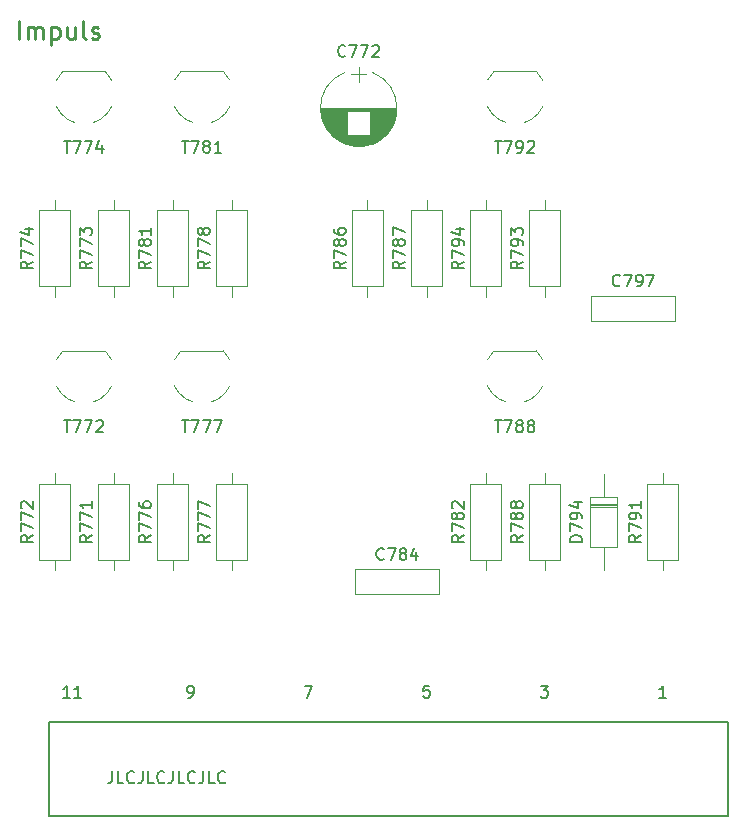
<source format=gto>
G04 #@! TF.GenerationSoftware,KiCad,Pcbnew,(5.1.7)-1*
G04 #@! TF.CreationDate,2022-10-04T11:17:23+02:00*
G04 #@! TF.ProjectId,Impuls-Modul,496d7075-6c73-42d4-9d6f-64756c2e6b69,rev?*
G04 #@! TF.SameCoordinates,Original*
G04 #@! TF.FileFunction,Legend,Top*
G04 #@! TF.FilePolarity,Positive*
%FSLAX46Y46*%
G04 Gerber Fmt 4.6, Leading zero omitted, Abs format (unit mm)*
G04 Created by KiCad (PCBNEW (5.1.7)-1) date 2022-10-04 11:17:23*
%MOMM*%
%LPD*%
G01*
G04 APERTURE LIST*
%ADD10C,0.200000*%
%ADD11C,0.225000*%
%ADD12C,0.150000*%
%ADD13C,0.120000*%
%ADD14O,2.000000X1.500000*%
%ADD15O,1.500000X2.000000*%
%ADD16O,1.600000X1.600000*%
%ADD17C,1.600000*%
%ADD18R,1.600000X1.600000*%
G04 APERTURE END LIST*
D10*
X39130952Y-91202380D02*
X39130952Y-91916666D01*
X39083333Y-92059523D01*
X38988095Y-92154761D01*
X38845238Y-92202380D01*
X38750000Y-92202380D01*
X40083333Y-92202380D02*
X39607142Y-92202380D01*
X39607142Y-91202380D01*
X40988095Y-92107142D02*
X40940476Y-92154761D01*
X40797619Y-92202380D01*
X40702380Y-92202380D01*
X40559523Y-92154761D01*
X40464285Y-92059523D01*
X40416666Y-91964285D01*
X40369047Y-91773809D01*
X40369047Y-91630952D01*
X40416666Y-91440476D01*
X40464285Y-91345238D01*
X40559523Y-91250000D01*
X40702380Y-91202380D01*
X40797619Y-91202380D01*
X40940476Y-91250000D01*
X40988095Y-91297619D01*
X41702380Y-91202380D02*
X41702380Y-91916666D01*
X41654761Y-92059523D01*
X41559523Y-92154761D01*
X41416666Y-92202380D01*
X41321428Y-92202380D01*
X42654761Y-92202380D02*
X42178571Y-92202380D01*
X42178571Y-91202380D01*
X43559523Y-92107142D02*
X43511904Y-92154761D01*
X43369047Y-92202380D01*
X43273809Y-92202380D01*
X43130952Y-92154761D01*
X43035714Y-92059523D01*
X42988095Y-91964285D01*
X42940476Y-91773809D01*
X42940476Y-91630952D01*
X42988095Y-91440476D01*
X43035714Y-91345238D01*
X43130952Y-91250000D01*
X43273809Y-91202380D01*
X43369047Y-91202380D01*
X43511904Y-91250000D01*
X43559523Y-91297619D01*
X44273809Y-91202380D02*
X44273809Y-91916666D01*
X44226190Y-92059523D01*
X44130952Y-92154761D01*
X43988095Y-92202380D01*
X43892857Y-92202380D01*
X45226190Y-92202380D02*
X44750000Y-92202380D01*
X44750000Y-91202380D01*
X46130952Y-92107142D02*
X46083333Y-92154761D01*
X45940476Y-92202380D01*
X45845238Y-92202380D01*
X45702380Y-92154761D01*
X45607142Y-92059523D01*
X45559523Y-91964285D01*
X45511904Y-91773809D01*
X45511904Y-91630952D01*
X45559523Y-91440476D01*
X45607142Y-91345238D01*
X45702380Y-91250000D01*
X45845238Y-91202380D01*
X45940476Y-91202380D01*
X46083333Y-91250000D01*
X46130952Y-91297619D01*
X46845238Y-91202380D02*
X46845238Y-91916666D01*
X46797619Y-92059523D01*
X46702380Y-92154761D01*
X46559523Y-92202380D01*
X46464285Y-92202380D01*
X47797619Y-92202380D02*
X47321428Y-92202380D01*
X47321428Y-91202380D01*
X48702380Y-92107142D02*
X48654761Y-92154761D01*
X48511904Y-92202380D01*
X48416666Y-92202380D01*
X48273809Y-92154761D01*
X48178571Y-92059523D01*
X48130952Y-91964285D01*
X48083333Y-91773809D01*
X48083333Y-91630952D01*
X48130952Y-91440476D01*
X48178571Y-91345238D01*
X48273809Y-91250000D01*
X48416666Y-91202380D01*
X48511904Y-91202380D01*
X48654761Y-91250000D01*
X48702380Y-91297619D01*
D11*
X31253392Y-29178571D02*
X31253392Y-27678571D01*
X31967678Y-29178571D02*
X31967678Y-28178571D01*
X31967678Y-28321428D02*
X32039107Y-28250000D01*
X32181964Y-28178571D01*
X32396250Y-28178571D01*
X32539107Y-28250000D01*
X32610535Y-28392857D01*
X32610535Y-29178571D01*
X32610535Y-28392857D02*
X32681964Y-28250000D01*
X32824821Y-28178571D01*
X33039107Y-28178571D01*
X33181964Y-28250000D01*
X33253392Y-28392857D01*
X33253392Y-29178571D01*
X33967678Y-28178571D02*
X33967678Y-29678571D01*
X33967678Y-28250000D02*
X34110535Y-28178571D01*
X34396250Y-28178571D01*
X34539107Y-28250000D01*
X34610535Y-28321428D01*
X34681964Y-28464285D01*
X34681964Y-28892857D01*
X34610535Y-29035714D01*
X34539107Y-29107142D01*
X34396250Y-29178571D01*
X34110535Y-29178571D01*
X33967678Y-29107142D01*
X35967678Y-28178571D02*
X35967678Y-29178571D01*
X35324821Y-28178571D02*
X35324821Y-28964285D01*
X35396250Y-29107142D01*
X35539107Y-29178571D01*
X35753392Y-29178571D01*
X35896250Y-29107142D01*
X35967678Y-29035714D01*
X36896250Y-29178571D02*
X36753392Y-29107142D01*
X36681964Y-28964285D01*
X36681964Y-27678571D01*
X37396250Y-29107142D02*
X37539107Y-29178571D01*
X37824821Y-29178571D01*
X37967678Y-29107142D01*
X38039107Y-28964285D01*
X38039107Y-28892857D01*
X37967678Y-28750000D01*
X37824821Y-28678571D01*
X37610535Y-28678571D01*
X37467678Y-28607142D01*
X37396250Y-28464285D01*
X37396250Y-28392857D01*
X37467678Y-28250000D01*
X37610535Y-28178571D01*
X37824821Y-28178571D01*
X37967678Y-28250000D01*
D12*
X45559523Y-84952380D02*
X45750000Y-84952380D01*
X45845238Y-84904761D01*
X45892857Y-84857142D01*
X45988095Y-84714285D01*
X46035714Y-84523809D01*
X46035714Y-84142857D01*
X45988095Y-84047619D01*
X45940476Y-84000000D01*
X45845238Y-83952380D01*
X45654761Y-83952380D01*
X45559523Y-84000000D01*
X45511904Y-84047619D01*
X45464285Y-84142857D01*
X45464285Y-84380952D01*
X45511904Y-84476190D01*
X45559523Y-84523809D01*
X45654761Y-84571428D01*
X45845238Y-84571428D01*
X45940476Y-84523809D01*
X45988095Y-84476190D01*
X46035714Y-84380952D01*
X65988095Y-83952380D02*
X65511904Y-83952380D01*
X65464285Y-84428571D01*
X65511904Y-84380952D01*
X65607142Y-84333333D01*
X65845238Y-84333333D01*
X65940476Y-84380952D01*
X65988095Y-84428571D01*
X66035714Y-84523809D01*
X66035714Y-84761904D01*
X65988095Y-84857142D01*
X65940476Y-84904761D01*
X65845238Y-84952380D01*
X65607142Y-84952380D01*
X65511904Y-84904761D01*
X65464285Y-84857142D01*
X75416666Y-83952380D02*
X76035714Y-83952380D01*
X75702380Y-84333333D01*
X75845238Y-84333333D01*
X75940476Y-84380952D01*
X75988095Y-84428571D01*
X76035714Y-84523809D01*
X76035714Y-84761904D01*
X75988095Y-84857142D01*
X75940476Y-84904761D01*
X75845238Y-84952380D01*
X75559523Y-84952380D01*
X75464285Y-84904761D01*
X75416666Y-84857142D01*
D13*
X70925816Y-32677205D02*
G75*
G02*
X71450000Y-31950000I2324184J-1122795D01*
G01*
X70893600Y-34898807D02*
G75*
G03*
X73250000Y-36400000I2356400J1098807D01*
G01*
X75606400Y-34898807D02*
G75*
G02*
X73250000Y-36400000I-2356400J1098807D01*
G01*
X75574184Y-32677205D02*
G75*
G03*
X75050000Y-31950000I-2324184J-1122795D01*
G01*
X75050000Y-31950000D02*
X71450000Y-31950000D01*
X70925816Y-56337205D02*
G75*
G02*
X71450000Y-55610000I2324184J-1122795D01*
G01*
X70893600Y-58558807D02*
G75*
G03*
X73250000Y-60060000I2356400J1098807D01*
G01*
X75606400Y-58558807D02*
G75*
G02*
X73250000Y-60060000I-2356400J1098807D01*
G01*
X75574184Y-56337205D02*
G75*
G03*
X75050000Y-55610000I-2324184J-1122795D01*
G01*
X75050000Y-55610000D02*
X71450000Y-55610000D01*
X72060000Y-43710000D02*
X69440000Y-43710000D01*
X69440000Y-43710000D02*
X69440000Y-50130000D01*
X69440000Y-50130000D02*
X72060000Y-50130000D01*
X72060000Y-50130000D02*
X72060000Y-43710000D01*
X70750000Y-42820000D02*
X70750000Y-43710000D01*
X70750000Y-51020000D02*
X70750000Y-50130000D01*
X74440000Y-50130000D02*
X77060000Y-50130000D01*
X77060000Y-50130000D02*
X77060000Y-43710000D01*
X77060000Y-43710000D02*
X74440000Y-43710000D01*
X74440000Y-43710000D02*
X74440000Y-50130000D01*
X75750000Y-51020000D02*
X75750000Y-50130000D01*
X75750000Y-42820000D02*
X75750000Y-43710000D01*
X85750000Y-74180000D02*
X85750000Y-73290000D01*
X85750000Y-65980000D02*
X85750000Y-66870000D01*
X87060000Y-73290000D02*
X87060000Y-66870000D01*
X84440000Y-73290000D02*
X87060000Y-73290000D01*
X84440000Y-66870000D02*
X84440000Y-73290000D01*
X87060000Y-66870000D02*
X84440000Y-66870000D01*
X75750000Y-74180000D02*
X75750000Y-73290000D01*
X75750000Y-65980000D02*
X75750000Y-66870000D01*
X77060000Y-73290000D02*
X77060000Y-66870000D01*
X74440000Y-73290000D02*
X77060000Y-73290000D01*
X74440000Y-66870000D02*
X74440000Y-73290000D01*
X77060000Y-66870000D02*
X74440000Y-66870000D01*
X67060000Y-43710000D02*
X64440000Y-43710000D01*
X64440000Y-43710000D02*
X64440000Y-50130000D01*
X64440000Y-50130000D02*
X67060000Y-50130000D01*
X67060000Y-50130000D02*
X67060000Y-43710000D01*
X65750000Y-42820000D02*
X65750000Y-43710000D01*
X65750000Y-51020000D02*
X65750000Y-50130000D01*
X62060000Y-43710000D02*
X59440000Y-43710000D01*
X59440000Y-43710000D02*
X59440000Y-50130000D01*
X59440000Y-50130000D02*
X62060000Y-50130000D01*
X62060000Y-50130000D02*
X62060000Y-43710000D01*
X60750000Y-42820000D02*
X60750000Y-43710000D01*
X60750000Y-51020000D02*
X60750000Y-50130000D01*
X70750000Y-74180000D02*
X70750000Y-73290000D01*
X70750000Y-65980000D02*
X70750000Y-66870000D01*
X72060000Y-73290000D02*
X72060000Y-66870000D01*
X69440000Y-73290000D02*
X72060000Y-73290000D01*
X69440000Y-66870000D02*
X69440000Y-73290000D01*
X72060000Y-66870000D02*
X69440000Y-66870000D01*
X81870000Y-68560000D02*
X79630000Y-68560000D01*
X81870000Y-68800000D02*
X79630000Y-68800000D01*
X81870000Y-68680000D02*
X79630000Y-68680000D01*
X80750000Y-74120000D02*
X80750000Y-72200000D01*
X80750000Y-66040000D02*
X80750000Y-67960000D01*
X81870000Y-72200000D02*
X81870000Y-67960000D01*
X79630000Y-72200000D02*
X81870000Y-72200000D01*
X79630000Y-67960000D02*
X79630000Y-72200000D01*
X81870000Y-67960000D02*
X79630000Y-67960000D01*
X79690000Y-50940000D02*
X86810000Y-50940000D01*
X79690000Y-53060000D02*
X86810000Y-53060000D01*
X79690000Y-50940000D02*
X79690000Y-53060000D01*
X86810000Y-50940000D02*
X86810000Y-53060000D01*
X59690000Y-76220000D02*
X59690000Y-74100000D01*
X66810000Y-76220000D02*
X66810000Y-74100000D01*
X66810000Y-74100000D02*
X59690000Y-74100000D01*
X66810000Y-76220000D02*
X59690000Y-76220000D01*
X48550000Y-31950000D02*
X44950000Y-31950000D01*
X49074184Y-32677205D02*
G75*
G03*
X48550000Y-31950000I-2324184J-1122795D01*
G01*
X49106400Y-34898807D02*
G75*
G02*
X46750000Y-36400000I-2356400J1098807D01*
G01*
X44393600Y-34898807D02*
G75*
G03*
X46750000Y-36400000I2356400J1098807D01*
G01*
X44425816Y-32677205D02*
G75*
G02*
X44950000Y-31950000I2324184J-1122795D01*
G01*
X48550000Y-55610000D02*
X44950000Y-55610000D01*
X49074184Y-56337205D02*
G75*
G03*
X48550000Y-55610000I-2324184J-1122795D01*
G01*
X49106400Y-58558807D02*
G75*
G02*
X46750000Y-60060000I-2356400J1098807D01*
G01*
X44393600Y-58558807D02*
G75*
G03*
X46750000Y-60060000I2356400J1098807D01*
G01*
X44425816Y-56337205D02*
G75*
G02*
X44950000Y-55610000I2324184J-1122795D01*
G01*
X38550000Y-31950000D02*
X34950000Y-31950000D01*
X39074184Y-32677205D02*
G75*
G03*
X38550000Y-31950000I-2324184J-1122795D01*
G01*
X39106400Y-34898807D02*
G75*
G02*
X36750000Y-36400000I-2356400J1098807D01*
G01*
X34393600Y-34898807D02*
G75*
G03*
X36750000Y-36400000I2356400J1098807D01*
G01*
X34425816Y-32677205D02*
G75*
G02*
X34950000Y-31950000I2324184J-1122795D01*
G01*
X38550000Y-55610000D02*
X34950000Y-55610000D01*
X39074184Y-56337205D02*
G75*
G03*
X38550000Y-55610000I-2324184J-1122795D01*
G01*
X39106400Y-58558807D02*
G75*
G02*
X36750000Y-60060000I-2356400J1098807D01*
G01*
X34393600Y-58558807D02*
G75*
G03*
X36750000Y-60060000I2356400J1098807D01*
G01*
X34425816Y-56337205D02*
G75*
G02*
X34950000Y-55610000I2324184J-1122795D01*
G01*
X44250000Y-51020000D02*
X44250000Y-50130000D01*
X44250000Y-42820000D02*
X44250000Y-43710000D01*
X45560000Y-50130000D02*
X45560000Y-43710000D01*
X42940000Y-50130000D02*
X45560000Y-50130000D01*
X42940000Y-43710000D02*
X42940000Y-50130000D01*
X45560000Y-43710000D02*
X42940000Y-43710000D01*
X49250000Y-51020000D02*
X49250000Y-50130000D01*
X49250000Y-42820000D02*
X49250000Y-43710000D01*
X50560000Y-50130000D02*
X50560000Y-43710000D01*
X47940000Y-50130000D02*
X50560000Y-50130000D01*
X47940000Y-43710000D02*
X47940000Y-50130000D01*
X50560000Y-43710000D02*
X47940000Y-43710000D01*
X49250000Y-65980000D02*
X49250000Y-66870000D01*
X49250000Y-74180000D02*
X49250000Y-73290000D01*
X47940000Y-66870000D02*
X47940000Y-73290000D01*
X50560000Y-66870000D02*
X47940000Y-66870000D01*
X50560000Y-73290000D02*
X50560000Y-66870000D01*
X47940000Y-73290000D02*
X50560000Y-73290000D01*
X44250000Y-74180000D02*
X44250000Y-73290000D01*
X44250000Y-65980000D02*
X44250000Y-66870000D01*
X45560000Y-73290000D02*
X45560000Y-66870000D01*
X42940000Y-73290000D02*
X45560000Y-73290000D01*
X42940000Y-66870000D02*
X42940000Y-73290000D01*
X45560000Y-66870000D02*
X42940000Y-66870000D01*
X34250000Y-51020000D02*
X34250000Y-50130000D01*
X34250000Y-42820000D02*
X34250000Y-43710000D01*
X35560000Y-50130000D02*
X35560000Y-43710000D01*
X32940000Y-50130000D02*
X35560000Y-50130000D01*
X32940000Y-43710000D02*
X32940000Y-50130000D01*
X35560000Y-43710000D02*
X32940000Y-43710000D01*
X39250000Y-51020000D02*
X39250000Y-50130000D01*
X39250000Y-42820000D02*
X39250000Y-43710000D01*
X40560000Y-50130000D02*
X40560000Y-43710000D01*
X37940000Y-50130000D02*
X40560000Y-50130000D01*
X37940000Y-43710000D02*
X37940000Y-50130000D01*
X40560000Y-43710000D02*
X37940000Y-43710000D01*
X34250000Y-65980000D02*
X34250000Y-66870000D01*
X34250000Y-74180000D02*
X34250000Y-73290000D01*
X32940000Y-66870000D02*
X32940000Y-73290000D01*
X35560000Y-66870000D02*
X32940000Y-66870000D01*
X35560000Y-73290000D02*
X35560000Y-66870000D01*
X32940000Y-73290000D02*
X35560000Y-73290000D01*
X39250000Y-74180000D02*
X39250000Y-73290000D01*
X39250000Y-65980000D02*
X39250000Y-66870000D01*
X40560000Y-73290000D02*
X40560000Y-66870000D01*
X37940000Y-73290000D02*
X40560000Y-73290000D01*
X37940000Y-66870000D02*
X37940000Y-73290000D01*
X40560000Y-66870000D02*
X37940000Y-66870000D01*
X58820864Y-38067820D02*
G75*
G03*
X61180000Y-38067482I1179136J3017820D01*
G01*
X58820864Y-38067820D02*
G75*
G02*
X58820000Y-32032518I1179136J3017820D01*
G01*
X61179136Y-38067820D02*
G75*
G03*
X61180000Y-32032518I-1179136J3017820D01*
G01*
X63200000Y-35050000D02*
X56800000Y-35050000D01*
X63200000Y-35090000D02*
X56800000Y-35090000D01*
X63200000Y-35130000D02*
X56800000Y-35130000D01*
X63198000Y-35170000D02*
X56802000Y-35170000D01*
X63197000Y-35210000D02*
X56803000Y-35210000D01*
X63194000Y-35250000D02*
X56806000Y-35250000D01*
X63192000Y-35290000D02*
X56808000Y-35290000D01*
X63188000Y-35330000D02*
X60980000Y-35330000D01*
X59020000Y-35330000D02*
X56812000Y-35330000D01*
X63185000Y-35370000D02*
X60980000Y-35370000D01*
X59020000Y-35370000D02*
X56815000Y-35370000D01*
X63180000Y-35410000D02*
X60980000Y-35410000D01*
X59020000Y-35410000D02*
X56820000Y-35410000D01*
X63176000Y-35450000D02*
X60980000Y-35450000D01*
X59020000Y-35450000D02*
X56824000Y-35450000D01*
X63170000Y-35490000D02*
X60980000Y-35490000D01*
X59020000Y-35490000D02*
X56830000Y-35490000D01*
X63165000Y-35530000D02*
X60980000Y-35530000D01*
X59020000Y-35530000D02*
X56835000Y-35530000D01*
X63158000Y-35570000D02*
X60980000Y-35570000D01*
X59020000Y-35570000D02*
X56842000Y-35570000D01*
X63152000Y-35610000D02*
X60980000Y-35610000D01*
X59020000Y-35610000D02*
X56848000Y-35610000D01*
X63144000Y-35650000D02*
X60980000Y-35650000D01*
X59020000Y-35650000D02*
X56856000Y-35650000D01*
X63137000Y-35690000D02*
X60980000Y-35690000D01*
X59020000Y-35690000D02*
X56863000Y-35690000D01*
X63128000Y-35730000D02*
X60980000Y-35730000D01*
X59020000Y-35730000D02*
X56872000Y-35730000D01*
X63119000Y-35771000D02*
X60980000Y-35771000D01*
X59020000Y-35771000D02*
X56881000Y-35771000D01*
X63110000Y-35811000D02*
X60980000Y-35811000D01*
X59020000Y-35811000D02*
X56890000Y-35811000D01*
X63100000Y-35851000D02*
X60980000Y-35851000D01*
X59020000Y-35851000D02*
X56900000Y-35851000D01*
X63090000Y-35891000D02*
X60980000Y-35891000D01*
X59020000Y-35891000D02*
X56910000Y-35891000D01*
X63079000Y-35931000D02*
X60980000Y-35931000D01*
X59020000Y-35931000D02*
X56921000Y-35931000D01*
X63067000Y-35971000D02*
X60980000Y-35971000D01*
X59020000Y-35971000D02*
X56933000Y-35971000D01*
X63055000Y-36011000D02*
X60980000Y-36011000D01*
X59020000Y-36011000D02*
X56945000Y-36011000D01*
X63042000Y-36051000D02*
X60980000Y-36051000D01*
X59020000Y-36051000D02*
X56958000Y-36051000D01*
X63029000Y-36091000D02*
X60980000Y-36091000D01*
X59020000Y-36091000D02*
X56971000Y-36091000D01*
X63015000Y-36131000D02*
X60980000Y-36131000D01*
X59020000Y-36131000D02*
X56985000Y-36131000D01*
X63001000Y-36171000D02*
X60980000Y-36171000D01*
X59020000Y-36171000D02*
X56999000Y-36171000D01*
X62986000Y-36211000D02*
X60980000Y-36211000D01*
X59020000Y-36211000D02*
X57014000Y-36211000D01*
X62970000Y-36251000D02*
X60980000Y-36251000D01*
X59020000Y-36251000D02*
X57030000Y-36251000D01*
X62954000Y-36291000D02*
X60980000Y-36291000D01*
X59020000Y-36291000D02*
X57046000Y-36291000D01*
X62937000Y-36331000D02*
X60980000Y-36331000D01*
X59020000Y-36331000D02*
X57063000Y-36331000D01*
X62919000Y-36371000D02*
X60980000Y-36371000D01*
X59020000Y-36371000D02*
X57081000Y-36371000D01*
X62901000Y-36411000D02*
X60980000Y-36411000D01*
X59020000Y-36411000D02*
X57099000Y-36411000D01*
X62882000Y-36451000D02*
X60980000Y-36451000D01*
X59020000Y-36451000D02*
X57118000Y-36451000D01*
X62863000Y-36491000D02*
X60980000Y-36491000D01*
X59020000Y-36491000D02*
X57137000Y-36491000D01*
X62843000Y-36531000D02*
X60980000Y-36531000D01*
X59020000Y-36531000D02*
X57157000Y-36531000D01*
X62822000Y-36571000D02*
X60980000Y-36571000D01*
X59020000Y-36571000D02*
X57178000Y-36571000D01*
X62800000Y-36611000D02*
X60980000Y-36611000D01*
X59020000Y-36611000D02*
X57200000Y-36611000D01*
X62778000Y-36651000D02*
X60980000Y-36651000D01*
X59020000Y-36651000D02*
X57222000Y-36651000D01*
X62755000Y-36691000D02*
X60980000Y-36691000D01*
X59020000Y-36691000D02*
X57245000Y-36691000D01*
X62731000Y-36731000D02*
X60980000Y-36731000D01*
X59020000Y-36731000D02*
X57269000Y-36731000D01*
X62706000Y-36771000D02*
X60980000Y-36771000D01*
X59020000Y-36771000D02*
X57294000Y-36771000D01*
X62681000Y-36811000D02*
X60980000Y-36811000D01*
X59020000Y-36811000D02*
X57319000Y-36811000D01*
X62654000Y-36851000D02*
X60980000Y-36851000D01*
X59020000Y-36851000D02*
X57346000Y-36851000D01*
X62627000Y-36891000D02*
X60980000Y-36891000D01*
X59020000Y-36891000D02*
X57373000Y-36891000D01*
X62599000Y-36931000D02*
X60980000Y-36931000D01*
X59020000Y-36931000D02*
X57401000Y-36931000D01*
X62570000Y-36971000D02*
X60980000Y-36971000D01*
X59020000Y-36971000D02*
X57430000Y-36971000D01*
X62540000Y-37011000D02*
X60980000Y-37011000D01*
X59020000Y-37011000D02*
X57460000Y-37011000D01*
X62510000Y-37051000D02*
X60980000Y-37051000D01*
X59020000Y-37051000D02*
X57490000Y-37051000D01*
X62478000Y-37091000D02*
X60980000Y-37091000D01*
X59020000Y-37091000D02*
X57522000Y-37091000D01*
X62445000Y-37131000D02*
X60980000Y-37131000D01*
X59020000Y-37131000D02*
X57555000Y-37131000D01*
X62411000Y-37171000D02*
X60980000Y-37171000D01*
X59020000Y-37171000D02*
X57589000Y-37171000D01*
X62375000Y-37211000D02*
X60980000Y-37211000D01*
X59020000Y-37211000D02*
X57625000Y-37211000D01*
X62339000Y-37251000D02*
X60980000Y-37251000D01*
X59020000Y-37251000D02*
X57661000Y-37251000D01*
X62301000Y-37291000D02*
X57699000Y-37291000D01*
X62262000Y-37331000D02*
X57738000Y-37331000D01*
X62222000Y-37371000D02*
X57778000Y-37371000D01*
X62180000Y-37411000D02*
X57820000Y-37411000D01*
X62137000Y-37451000D02*
X57863000Y-37451000D01*
X62092000Y-37491000D02*
X57908000Y-37491000D01*
X62045000Y-37531000D02*
X57955000Y-37531000D01*
X61997000Y-37571000D02*
X58003000Y-37571000D01*
X61946000Y-37611000D02*
X58054000Y-37611000D01*
X61894000Y-37651000D02*
X58106000Y-37651000D01*
X61839000Y-37691000D02*
X58161000Y-37691000D01*
X61781000Y-37731000D02*
X58219000Y-37731000D01*
X61721000Y-37771000D02*
X58279000Y-37771000D01*
X61658000Y-37811000D02*
X58342000Y-37811000D01*
X61591000Y-37851000D02*
X58409000Y-37851000D01*
X61520000Y-37891000D02*
X58480000Y-37891000D01*
X61445000Y-37931000D02*
X58555000Y-37931000D01*
X61364000Y-37971000D02*
X58636000Y-37971000D01*
X61278000Y-38011000D02*
X58722000Y-38011000D01*
X61184000Y-38051000D02*
X58816000Y-38051000D01*
X61081000Y-38091000D02*
X58919000Y-38091000D01*
X60966000Y-38131000D02*
X59034000Y-38131000D01*
X60834000Y-38171000D02*
X59166000Y-38171000D01*
X60676000Y-38211000D02*
X59324000Y-38211000D01*
X60468000Y-38251000D02*
X59532000Y-38251000D01*
X60000000Y-31600000D02*
X60000000Y-32800000D01*
X60650000Y-32200000D02*
X59350000Y-32200000D01*
D12*
X33750000Y-95000000D02*
X91250000Y-95000000D01*
X91250000Y-95000000D02*
X91250000Y-87000000D01*
X91250000Y-87000000D02*
X33750000Y-87000000D01*
X33750000Y-95000000D02*
X33750000Y-87000000D01*
X71535714Y-37822380D02*
X72107142Y-37822380D01*
X71821428Y-38822380D02*
X71821428Y-37822380D01*
X72345238Y-37822380D02*
X73011904Y-37822380D01*
X72583333Y-38822380D01*
X73440476Y-38822380D02*
X73630952Y-38822380D01*
X73726190Y-38774761D01*
X73773809Y-38727142D01*
X73869047Y-38584285D01*
X73916666Y-38393809D01*
X73916666Y-38012857D01*
X73869047Y-37917619D01*
X73821428Y-37870000D01*
X73726190Y-37822380D01*
X73535714Y-37822380D01*
X73440476Y-37870000D01*
X73392857Y-37917619D01*
X73345238Y-38012857D01*
X73345238Y-38250952D01*
X73392857Y-38346190D01*
X73440476Y-38393809D01*
X73535714Y-38441428D01*
X73726190Y-38441428D01*
X73821428Y-38393809D01*
X73869047Y-38346190D01*
X73916666Y-38250952D01*
X74297619Y-37917619D02*
X74345238Y-37870000D01*
X74440476Y-37822380D01*
X74678571Y-37822380D01*
X74773809Y-37870000D01*
X74821428Y-37917619D01*
X74869047Y-38012857D01*
X74869047Y-38108095D01*
X74821428Y-38250952D01*
X74250000Y-38822380D01*
X74869047Y-38822380D01*
X71535714Y-61482380D02*
X72107142Y-61482380D01*
X71821428Y-62482380D02*
X71821428Y-61482380D01*
X72345238Y-61482380D02*
X73011904Y-61482380D01*
X72583333Y-62482380D01*
X73535714Y-61910952D02*
X73440476Y-61863333D01*
X73392857Y-61815714D01*
X73345238Y-61720476D01*
X73345238Y-61672857D01*
X73392857Y-61577619D01*
X73440476Y-61530000D01*
X73535714Y-61482380D01*
X73726190Y-61482380D01*
X73821428Y-61530000D01*
X73869047Y-61577619D01*
X73916666Y-61672857D01*
X73916666Y-61720476D01*
X73869047Y-61815714D01*
X73821428Y-61863333D01*
X73726190Y-61910952D01*
X73535714Y-61910952D01*
X73440476Y-61958571D01*
X73392857Y-62006190D01*
X73345238Y-62101428D01*
X73345238Y-62291904D01*
X73392857Y-62387142D01*
X73440476Y-62434761D01*
X73535714Y-62482380D01*
X73726190Y-62482380D01*
X73821428Y-62434761D01*
X73869047Y-62387142D01*
X73916666Y-62291904D01*
X73916666Y-62101428D01*
X73869047Y-62006190D01*
X73821428Y-61958571D01*
X73726190Y-61910952D01*
X74488095Y-61910952D02*
X74392857Y-61863333D01*
X74345238Y-61815714D01*
X74297619Y-61720476D01*
X74297619Y-61672857D01*
X74345238Y-61577619D01*
X74392857Y-61530000D01*
X74488095Y-61482380D01*
X74678571Y-61482380D01*
X74773809Y-61530000D01*
X74821428Y-61577619D01*
X74869047Y-61672857D01*
X74869047Y-61720476D01*
X74821428Y-61815714D01*
X74773809Y-61863333D01*
X74678571Y-61910952D01*
X74488095Y-61910952D01*
X74392857Y-61958571D01*
X74345238Y-62006190D01*
X74297619Y-62101428D01*
X74297619Y-62291904D01*
X74345238Y-62387142D01*
X74392857Y-62434761D01*
X74488095Y-62482380D01*
X74678571Y-62482380D01*
X74773809Y-62434761D01*
X74821428Y-62387142D01*
X74869047Y-62291904D01*
X74869047Y-62101428D01*
X74821428Y-62006190D01*
X74773809Y-61958571D01*
X74678571Y-61910952D01*
X68892380Y-48039047D02*
X68416190Y-48372380D01*
X68892380Y-48610476D02*
X67892380Y-48610476D01*
X67892380Y-48229523D01*
X67940000Y-48134285D01*
X67987619Y-48086666D01*
X68082857Y-48039047D01*
X68225714Y-48039047D01*
X68320952Y-48086666D01*
X68368571Y-48134285D01*
X68416190Y-48229523D01*
X68416190Y-48610476D01*
X67892380Y-47705714D02*
X67892380Y-47039047D01*
X68892380Y-47467619D01*
X68892380Y-46610476D02*
X68892380Y-46420000D01*
X68844761Y-46324761D01*
X68797142Y-46277142D01*
X68654285Y-46181904D01*
X68463809Y-46134285D01*
X68082857Y-46134285D01*
X67987619Y-46181904D01*
X67940000Y-46229523D01*
X67892380Y-46324761D01*
X67892380Y-46515238D01*
X67940000Y-46610476D01*
X67987619Y-46658095D01*
X68082857Y-46705714D01*
X68320952Y-46705714D01*
X68416190Y-46658095D01*
X68463809Y-46610476D01*
X68511428Y-46515238D01*
X68511428Y-46324761D01*
X68463809Y-46229523D01*
X68416190Y-46181904D01*
X68320952Y-46134285D01*
X68225714Y-45277142D02*
X68892380Y-45277142D01*
X67844761Y-45515238D02*
X68559047Y-45753333D01*
X68559047Y-45134285D01*
X73892380Y-48039047D02*
X73416190Y-48372380D01*
X73892380Y-48610476D02*
X72892380Y-48610476D01*
X72892380Y-48229523D01*
X72940000Y-48134285D01*
X72987619Y-48086666D01*
X73082857Y-48039047D01*
X73225714Y-48039047D01*
X73320952Y-48086666D01*
X73368571Y-48134285D01*
X73416190Y-48229523D01*
X73416190Y-48610476D01*
X72892380Y-47705714D02*
X72892380Y-47039047D01*
X73892380Y-47467619D01*
X73892380Y-46610476D02*
X73892380Y-46420000D01*
X73844761Y-46324761D01*
X73797142Y-46277142D01*
X73654285Y-46181904D01*
X73463809Y-46134285D01*
X73082857Y-46134285D01*
X72987619Y-46181904D01*
X72940000Y-46229523D01*
X72892380Y-46324761D01*
X72892380Y-46515238D01*
X72940000Y-46610476D01*
X72987619Y-46658095D01*
X73082857Y-46705714D01*
X73320952Y-46705714D01*
X73416190Y-46658095D01*
X73463809Y-46610476D01*
X73511428Y-46515238D01*
X73511428Y-46324761D01*
X73463809Y-46229523D01*
X73416190Y-46181904D01*
X73320952Y-46134285D01*
X72892380Y-45800952D02*
X72892380Y-45181904D01*
X73273333Y-45515238D01*
X73273333Y-45372380D01*
X73320952Y-45277142D01*
X73368571Y-45229523D01*
X73463809Y-45181904D01*
X73701904Y-45181904D01*
X73797142Y-45229523D01*
X73844761Y-45277142D01*
X73892380Y-45372380D01*
X73892380Y-45658095D01*
X73844761Y-45753333D01*
X73797142Y-45800952D01*
X83892380Y-71199047D02*
X83416190Y-71532380D01*
X83892380Y-71770476D02*
X82892380Y-71770476D01*
X82892380Y-71389523D01*
X82940000Y-71294285D01*
X82987619Y-71246666D01*
X83082857Y-71199047D01*
X83225714Y-71199047D01*
X83320952Y-71246666D01*
X83368571Y-71294285D01*
X83416190Y-71389523D01*
X83416190Y-71770476D01*
X82892380Y-70865714D02*
X82892380Y-70199047D01*
X83892380Y-70627619D01*
X83892380Y-69770476D02*
X83892380Y-69580000D01*
X83844761Y-69484761D01*
X83797142Y-69437142D01*
X83654285Y-69341904D01*
X83463809Y-69294285D01*
X83082857Y-69294285D01*
X82987619Y-69341904D01*
X82940000Y-69389523D01*
X82892380Y-69484761D01*
X82892380Y-69675238D01*
X82940000Y-69770476D01*
X82987619Y-69818095D01*
X83082857Y-69865714D01*
X83320952Y-69865714D01*
X83416190Y-69818095D01*
X83463809Y-69770476D01*
X83511428Y-69675238D01*
X83511428Y-69484761D01*
X83463809Y-69389523D01*
X83416190Y-69341904D01*
X83320952Y-69294285D01*
X83892380Y-68341904D02*
X83892380Y-68913333D01*
X83892380Y-68627619D02*
X82892380Y-68627619D01*
X83035238Y-68722857D01*
X83130476Y-68818095D01*
X83178095Y-68913333D01*
X73892380Y-71199047D02*
X73416190Y-71532380D01*
X73892380Y-71770476D02*
X72892380Y-71770476D01*
X72892380Y-71389523D01*
X72940000Y-71294285D01*
X72987619Y-71246666D01*
X73082857Y-71199047D01*
X73225714Y-71199047D01*
X73320952Y-71246666D01*
X73368571Y-71294285D01*
X73416190Y-71389523D01*
X73416190Y-71770476D01*
X72892380Y-70865714D02*
X72892380Y-70199047D01*
X73892380Y-70627619D01*
X73320952Y-69675238D02*
X73273333Y-69770476D01*
X73225714Y-69818095D01*
X73130476Y-69865714D01*
X73082857Y-69865714D01*
X72987619Y-69818095D01*
X72940000Y-69770476D01*
X72892380Y-69675238D01*
X72892380Y-69484761D01*
X72940000Y-69389523D01*
X72987619Y-69341904D01*
X73082857Y-69294285D01*
X73130476Y-69294285D01*
X73225714Y-69341904D01*
X73273333Y-69389523D01*
X73320952Y-69484761D01*
X73320952Y-69675238D01*
X73368571Y-69770476D01*
X73416190Y-69818095D01*
X73511428Y-69865714D01*
X73701904Y-69865714D01*
X73797142Y-69818095D01*
X73844761Y-69770476D01*
X73892380Y-69675238D01*
X73892380Y-69484761D01*
X73844761Y-69389523D01*
X73797142Y-69341904D01*
X73701904Y-69294285D01*
X73511428Y-69294285D01*
X73416190Y-69341904D01*
X73368571Y-69389523D01*
X73320952Y-69484761D01*
X73320952Y-68722857D02*
X73273333Y-68818095D01*
X73225714Y-68865714D01*
X73130476Y-68913333D01*
X73082857Y-68913333D01*
X72987619Y-68865714D01*
X72940000Y-68818095D01*
X72892380Y-68722857D01*
X72892380Y-68532380D01*
X72940000Y-68437142D01*
X72987619Y-68389523D01*
X73082857Y-68341904D01*
X73130476Y-68341904D01*
X73225714Y-68389523D01*
X73273333Y-68437142D01*
X73320952Y-68532380D01*
X73320952Y-68722857D01*
X73368571Y-68818095D01*
X73416190Y-68865714D01*
X73511428Y-68913333D01*
X73701904Y-68913333D01*
X73797142Y-68865714D01*
X73844761Y-68818095D01*
X73892380Y-68722857D01*
X73892380Y-68532380D01*
X73844761Y-68437142D01*
X73797142Y-68389523D01*
X73701904Y-68341904D01*
X73511428Y-68341904D01*
X73416190Y-68389523D01*
X73368571Y-68437142D01*
X73320952Y-68532380D01*
X63892380Y-48039047D02*
X63416190Y-48372380D01*
X63892380Y-48610476D02*
X62892380Y-48610476D01*
X62892380Y-48229523D01*
X62940000Y-48134285D01*
X62987619Y-48086666D01*
X63082857Y-48039047D01*
X63225714Y-48039047D01*
X63320952Y-48086666D01*
X63368571Y-48134285D01*
X63416190Y-48229523D01*
X63416190Y-48610476D01*
X62892380Y-47705714D02*
X62892380Y-47039047D01*
X63892380Y-47467619D01*
X63320952Y-46515238D02*
X63273333Y-46610476D01*
X63225714Y-46658095D01*
X63130476Y-46705714D01*
X63082857Y-46705714D01*
X62987619Y-46658095D01*
X62940000Y-46610476D01*
X62892380Y-46515238D01*
X62892380Y-46324761D01*
X62940000Y-46229523D01*
X62987619Y-46181904D01*
X63082857Y-46134285D01*
X63130476Y-46134285D01*
X63225714Y-46181904D01*
X63273333Y-46229523D01*
X63320952Y-46324761D01*
X63320952Y-46515238D01*
X63368571Y-46610476D01*
X63416190Y-46658095D01*
X63511428Y-46705714D01*
X63701904Y-46705714D01*
X63797142Y-46658095D01*
X63844761Y-46610476D01*
X63892380Y-46515238D01*
X63892380Y-46324761D01*
X63844761Y-46229523D01*
X63797142Y-46181904D01*
X63701904Y-46134285D01*
X63511428Y-46134285D01*
X63416190Y-46181904D01*
X63368571Y-46229523D01*
X63320952Y-46324761D01*
X62892380Y-45800952D02*
X62892380Y-45134285D01*
X63892380Y-45562857D01*
X58892380Y-48039047D02*
X58416190Y-48372380D01*
X58892380Y-48610476D02*
X57892380Y-48610476D01*
X57892380Y-48229523D01*
X57940000Y-48134285D01*
X57987619Y-48086666D01*
X58082857Y-48039047D01*
X58225714Y-48039047D01*
X58320952Y-48086666D01*
X58368571Y-48134285D01*
X58416190Y-48229523D01*
X58416190Y-48610476D01*
X57892380Y-47705714D02*
X57892380Y-47039047D01*
X58892380Y-47467619D01*
X58320952Y-46515238D02*
X58273333Y-46610476D01*
X58225714Y-46658095D01*
X58130476Y-46705714D01*
X58082857Y-46705714D01*
X57987619Y-46658095D01*
X57940000Y-46610476D01*
X57892380Y-46515238D01*
X57892380Y-46324761D01*
X57940000Y-46229523D01*
X57987619Y-46181904D01*
X58082857Y-46134285D01*
X58130476Y-46134285D01*
X58225714Y-46181904D01*
X58273333Y-46229523D01*
X58320952Y-46324761D01*
X58320952Y-46515238D01*
X58368571Y-46610476D01*
X58416190Y-46658095D01*
X58511428Y-46705714D01*
X58701904Y-46705714D01*
X58797142Y-46658095D01*
X58844761Y-46610476D01*
X58892380Y-46515238D01*
X58892380Y-46324761D01*
X58844761Y-46229523D01*
X58797142Y-46181904D01*
X58701904Y-46134285D01*
X58511428Y-46134285D01*
X58416190Y-46181904D01*
X58368571Y-46229523D01*
X58320952Y-46324761D01*
X57892380Y-45277142D02*
X57892380Y-45467619D01*
X57940000Y-45562857D01*
X57987619Y-45610476D01*
X58130476Y-45705714D01*
X58320952Y-45753333D01*
X58701904Y-45753333D01*
X58797142Y-45705714D01*
X58844761Y-45658095D01*
X58892380Y-45562857D01*
X58892380Y-45372380D01*
X58844761Y-45277142D01*
X58797142Y-45229523D01*
X58701904Y-45181904D01*
X58463809Y-45181904D01*
X58368571Y-45229523D01*
X58320952Y-45277142D01*
X58273333Y-45372380D01*
X58273333Y-45562857D01*
X58320952Y-45658095D01*
X58368571Y-45705714D01*
X58463809Y-45753333D01*
X68892380Y-71199047D02*
X68416190Y-71532380D01*
X68892380Y-71770476D02*
X67892380Y-71770476D01*
X67892380Y-71389523D01*
X67940000Y-71294285D01*
X67987619Y-71246666D01*
X68082857Y-71199047D01*
X68225714Y-71199047D01*
X68320952Y-71246666D01*
X68368571Y-71294285D01*
X68416190Y-71389523D01*
X68416190Y-71770476D01*
X67892380Y-70865714D02*
X67892380Y-70199047D01*
X68892380Y-70627619D01*
X68320952Y-69675238D02*
X68273333Y-69770476D01*
X68225714Y-69818095D01*
X68130476Y-69865714D01*
X68082857Y-69865714D01*
X67987619Y-69818095D01*
X67940000Y-69770476D01*
X67892380Y-69675238D01*
X67892380Y-69484761D01*
X67940000Y-69389523D01*
X67987619Y-69341904D01*
X68082857Y-69294285D01*
X68130476Y-69294285D01*
X68225714Y-69341904D01*
X68273333Y-69389523D01*
X68320952Y-69484761D01*
X68320952Y-69675238D01*
X68368571Y-69770476D01*
X68416190Y-69818095D01*
X68511428Y-69865714D01*
X68701904Y-69865714D01*
X68797142Y-69818095D01*
X68844761Y-69770476D01*
X68892380Y-69675238D01*
X68892380Y-69484761D01*
X68844761Y-69389523D01*
X68797142Y-69341904D01*
X68701904Y-69294285D01*
X68511428Y-69294285D01*
X68416190Y-69341904D01*
X68368571Y-69389523D01*
X68320952Y-69484761D01*
X67987619Y-68913333D02*
X67940000Y-68865714D01*
X67892380Y-68770476D01*
X67892380Y-68532380D01*
X67940000Y-68437142D01*
X67987619Y-68389523D01*
X68082857Y-68341904D01*
X68178095Y-68341904D01*
X68320952Y-68389523D01*
X68892380Y-68960952D01*
X68892380Y-68341904D01*
X78892380Y-71770476D02*
X77892380Y-71770476D01*
X77892380Y-71532380D01*
X77940000Y-71389523D01*
X78035238Y-71294285D01*
X78130476Y-71246666D01*
X78320952Y-71199047D01*
X78463809Y-71199047D01*
X78654285Y-71246666D01*
X78749523Y-71294285D01*
X78844761Y-71389523D01*
X78892380Y-71532380D01*
X78892380Y-71770476D01*
X77892380Y-70865714D02*
X77892380Y-70199047D01*
X78892380Y-70627619D01*
X78892380Y-69770476D02*
X78892380Y-69580000D01*
X78844761Y-69484761D01*
X78797142Y-69437142D01*
X78654285Y-69341904D01*
X78463809Y-69294285D01*
X78082857Y-69294285D01*
X77987619Y-69341904D01*
X77940000Y-69389523D01*
X77892380Y-69484761D01*
X77892380Y-69675238D01*
X77940000Y-69770476D01*
X77987619Y-69818095D01*
X78082857Y-69865714D01*
X78320952Y-69865714D01*
X78416190Y-69818095D01*
X78463809Y-69770476D01*
X78511428Y-69675238D01*
X78511428Y-69484761D01*
X78463809Y-69389523D01*
X78416190Y-69341904D01*
X78320952Y-69294285D01*
X78225714Y-68437142D02*
X78892380Y-68437142D01*
X77844761Y-68675238D02*
X78559047Y-68913333D01*
X78559047Y-68294285D01*
X82130952Y-50047142D02*
X82083333Y-50094761D01*
X81940476Y-50142380D01*
X81845238Y-50142380D01*
X81702380Y-50094761D01*
X81607142Y-49999523D01*
X81559523Y-49904285D01*
X81511904Y-49713809D01*
X81511904Y-49570952D01*
X81559523Y-49380476D01*
X81607142Y-49285238D01*
X81702380Y-49190000D01*
X81845238Y-49142380D01*
X81940476Y-49142380D01*
X82083333Y-49190000D01*
X82130952Y-49237619D01*
X82464285Y-49142380D02*
X83130952Y-49142380D01*
X82702380Y-50142380D01*
X83559523Y-50142380D02*
X83750000Y-50142380D01*
X83845238Y-50094761D01*
X83892857Y-50047142D01*
X83988095Y-49904285D01*
X84035714Y-49713809D01*
X84035714Y-49332857D01*
X83988095Y-49237619D01*
X83940476Y-49190000D01*
X83845238Y-49142380D01*
X83654761Y-49142380D01*
X83559523Y-49190000D01*
X83511904Y-49237619D01*
X83464285Y-49332857D01*
X83464285Y-49570952D01*
X83511904Y-49666190D01*
X83559523Y-49713809D01*
X83654761Y-49761428D01*
X83845238Y-49761428D01*
X83940476Y-49713809D01*
X83988095Y-49666190D01*
X84035714Y-49570952D01*
X84369047Y-49142380D02*
X85035714Y-49142380D01*
X84607142Y-50142380D01*
X62130952Y-73207142D02*
X62083333Y-73254761D01*
X61940476Y-73302380D01*
X61845238Y-73302380D01*
X61702380Y-73254761D01*
X61607142Y-73159523D01*
X61559523Y-73064285D01*
X61511904Y-72873809D01*
X61511904Y-72730952D01*
X61559523Y-72540476D01*
X61607142Y-72445238D01*
X61702380Y-72350000D01*
X61845238Y-72302380D01*
X61940476Y-72302380D01*
X62083333Y-72350000D01*
X62130952Y-72397619D01*
X62464285Y-72302380D02*
X63130952Y-72302380D01*
X62702380Y-73302380D01*
X63654761Y-72730952D02*
X63559523Y-72683333D01*
X63511904Y-72635714D01*
X63464285Y-72540476D01*
X63464285Y-72492857D01*
X63511904Y-72397619D01*
X63559523Y-72350000D01*
X63654761Y-72302380D01*
X63845238Y-72302380D01*
X63940476Y-72350000D01*
X63988095Y-72397619D01*
X64035714Y-72492857D01*
X64035714Y-72540476D01*
X63988095Y-72635714D01*
X63940476Y-72683333D01*
X63845238Y-72730952D01*
X63654761Y-72730952D01*
X63559523Y-72778571D01*
X63511904Y-72826190D01*
X63464285Y-72921428D01*
X63464285Y-73111904D01*
X63511904Y-73207142D01*
X63559523Y-73254761D01*
X63654761Y-73302380D01*
X63845238Y-73302380D01*
X63940476Y-73254761D01*
X63988095Y-73207142D01*
X64035714Y-73111904D01*
X64035714Y-72921428D01*
X63988095Y-72826190D01*
X63940476Y-72778571D01*
X63845238Y-72730952D01*
X64892857Y-72635714D02*
X64892857Y-73302380D01*
X64654761Y-72254761D02*
X64416666Y-72969047D01*
X65035714Y-72969047D01*
X45035714Y-37822380D02*
X45607142Y-37822380D01*
X45321428Y-38822380D02*
X45321428Y-37822380D01*
X45845238Y-37822380D02*
X46511904Y-37822380D01*
X46083333Y-38822380D01*
X47035714Y-38250952D02*
X46940476Y-38203333D01*
X46892857Y-38155714D01*
X46845238Y-38060476D01*
X46845238Y-38012857D01*
X46892857Y-37917619D01*
X46940476Y-37870000D01*
X47035714Y-37822380D01*
X47226190Y-37822380D01*
X47321428Y-37870000D01*
X47369047Y-37917619D01*
X47416666Y-38012857D01*
X47416666Y-38060476D01*
X47369047Y-38155714D01*
X47321428Y-38203333D01*
X47226190Y-38250952D01*
X47035714Y-38250952D01*
X46940476Y-38298571D01*
X46892857Y-38346190D01*
X46845238Y-38441428D01*
X46845238Y-38631904D01*
X46892857Y-38727142D01*
X46940476Y-38774761D01*
X47035714Y-38822380D01*
X47226190Y-38822380D01*
X47321428Y-38774761D01*
X47369047Y-38727142D01*
X47416666Y-38631904D01*
X47416666Y-38441428D01*
X47369047Y-38346190D01*
X47321428Y-38298571D01*
X47226190Y-38250952D01*
X48369047Y-38822380D02*
X47797619Y-38822380D01*
X48083333Y-38822380D02*
X48083333Y-37822380D01*
X47988095Y-37965238D01*
X47892857Y-38060476D01*
X47797619Y-38108095D01*
X45035714Y-61482380D02*
X45607142Y-61482380D01*
X45321428Y-62482380D02*
X45321428Y-61482380D01*
X45845238Y-61482380D02*
X46511904Y-61482380D01*
X46083333Y-62482380D01*
X46797619Y-61482380D02*
X47464285Y-61482380D01*
X47035714Y-62482380D01*
X47750000Y-61482380D02*
X48416666Y-61482380D01*
X47988095Y-62482380D01*
X35035714Y-37822380D02*
X35607142Y-37822380D01*
X35321428Y-38822380D02*
X35321428Y-37822380D01*
X35845238Y-37822380D02*
X36511904Y-37822380D01*
X36083333Y-38822380D01*
X36797619Y-37822380D02*
X37464285Y-37822380D01*
X37035714Y-38822380D01*
X38273809Y-38155714D02*
X38273809Y-38822380D01*
X38035714Y-37774761D02*
X37797619Y-38489047D01*
X38416666Y-38489047D01*
X35035714Y-61482380D02*
X35607142Y-61482380D01*
X35321428Y-62482380D02*
X35321428Y-61482380D01*
X35845238Y-61482380D02*
X36511904Y-61482380D01*
X36083333Y-62482380D01*
X36797619Y-61482380D02*
X37464285Y-61482380D01*
X37035714Y-62482380D01*
X37797619Y-61577619D02*
X37845238Y-61530000D01*
X37940476Y-61482380D01*
X38178571Y-61482380D01*
X38273809Y-61530000D01*
X38321428Y-61577619D01*
X38369047Y-61672857D01*
X38369047Y-61768095D01*
X38321428Y-61910952D01*
X37750000Y-62482380D01*
X38369047Y-62482380D01*
X42392380Y-48039047D02*
X41916190Y-48372380D01*
X42392380Y-48610476D02*
X41392380Y-48610476D01*
X41392380Y-48229523D01*
X41440000Y-48134285D01*
X41487619Y-48086666D01*
X41582857Y-48039047D01*
X41725714Y-48039047D01*
X41820952Y-48086666D01*
X41868571Y-48134285D01*
X41916190Y-48229523D01*
X41916190Y-48610476D01*
X41392380Y-47705714D02*
X41392380Y-47039047D01*
X42392380Y-47467619D01*
X41820952Y-46515238D02*
X41773333Y-46610476D01*
X41725714Y-46658095D01*
X41630476Y-46705714D01*
X41582857Y-46705714D01*
X41487619Y-46658095D01*
X41440000Y-46610476D01*
X41392380Y-46515238D01*
X41392380Y-46324761D01*
X41440000Y-46229523D01*
X41487619Y-46181904D01*
X41582857Y-46134285D01*
X41630476Y-46134285D01*
X41725714Y-46181904D01*
X41773333Y-46229523D01*
X41820952Y-46324761D01*
X41820952Y-46515238D01*
X41868571Y-46610476D01*
X41916190Y-46658095D01*
X42011428Y-46705714D01*
X42201904Y-46705714D01*
X42297142Y-46658095D01*
X42344761Y-46610476D01*
X42392380Y-46515238D01*
X42392380Y-46324761D01*
X42344761Y-46229523D01*
X42297142Y-46181904D01*
X42201904Y-46134285D01*
X42011428Y-46134285D01*
X41916190Y-46181904D01*
X41868571Y-46229523D01*
X41820952Y-46324761D01*
X42392380Y-45181904D02*
X42392380Y-45753333D01*
X42392380Y-45467619D02*
X41392380Y-45467619D01*
X41535238Y-45562857D01*
X41630476Y-45658095D01*
X41678095Y-45753333D01*
X47392380Y-48039047D02*
X46916190Y-48372380D01*
X47392380Y-48610476D02*
X46392380Y-48610476D01*
X46392380Y-48229523D01*
X46440000Y-48134285D01*
X46487619Y-48086666D01*
X46582857Y-48039047D01*
X46725714Y-48039047D01*
X46820952Y-48086666D01*
X46868571Y-48134285D01*
X46916190Y-48229523D01*
X46916190Y-48610476D01*
X46392380Y-47705714D02*
X46392380Y-47039047D01*
X47392380Y-47467619D01*
X46392380Y-46753333D02*
X46392380Y-46086666D01*
X47392380Y-46515238D01*
X46820952Y-45562857D02*
X46773333Y-45658095D01*
X46725714Y-45705714D01*
X46630476Y-45753333D01*
X46582857Y-45753333D01*
X46487619Y-45705714D01*
X46440000Y-45658095D01*
X46392380Y-45562857D01*
X46392380Y-45372380D01*
X46440000Y-45277142D01*
X46487619Y-45229523D01*
X46582857Y-45181904D01*
X46630476Y-45181904D01*
X46725714Y-45229523D01*
X46773333Y-45277142D01*
X46820952Y-45372380D01*
X46820952Y-45562857D01*
X46868571Y-45658095D01*
X46916190Y-45705714D01*
X47011428Y-45753333D01*
X47201904Y-45753333D01*
X47297142Y-45705714D01*
X47344761Y-45658095D01*
X47392380Y-45562857D01*
X47392380Y-45372380D01*
X47344761Y-45277142D01*
X47297142Y-45229523D01*
X47201904Y-45181904D01*
X47011428Y-45181904D01*
X46916190Y-45229523D01*
X46868571Y-45277142D01*
X46820952Y-45372380D01*
X47392380Y-71199047D02*
X46916190Y-71532380D01*
X47392380Y-71770476D02*
X46392380Y-71770476D01*
X46392380Y-71389523D01*
X46440000Y-71294285D01*
X46487619Y-71246666D01*
X46582857Y-71199047D01*
X46725714Y-71199047D01*
X46820952Y-71246666D01*
X46868571Y-71294285D01*
X46916190Y-71389523D01*
X46916190Y-71770476D01*
X46392380Y-70865714D02*
X46392380Y-70199047D01*
X47392380Y-70627619D01*
X46392380Y-69913333D02*
X46392380Y-69246666D01*
X47392380Y-69675238D01*
X46392380Y-68960952D02*
X46392380Y-68294285D01*
X47392380Y-68722857D01*
X42392380Y-71199047D02*
X41916190Y-71532380D01*
X42392380Y-71770476D02*
X41392380Y-71770476D01*
X41392380Y-71389523D01*
X41440000Y-71294285D01*
X41487619Y-71246666D01*
X41582857Y-71199047D01*
X41725714Y-71199047D01*
X41820952Y-71246666D01*
X41868571Y-71294285D01*
X41916190Y-71389523D01*
X41916190Y-71770476D01*
X41392380Y-70865714D02*
X41392380Y-70199047D01*
X42392380Y-70627619D01*
X41392380Y-69913333D02*
X41392380Y-69246666D01*
X42392380Y-69675238D01*
X41392380Y-68437142D02*
X41392380Y-68627619D01*
X41440000Y-68722857D01*
X41487619Y-68770476D01*
X41630476Y-68865714D01*
X41820952Y-68913333D01*
X42201904Y-68913333D01*
X42297142Y-68865714D01*
X42344761Y-68818095D01*
X42392380Y-68722857D01*
X42392380Y-68532380D01*
X42344761Y-68437142D01*
X42297142Y-68389523D01*
X42201904Y-68341904D01*
X41963809Y-68341904D01*
X41868571Y-68389523D01*
X41820952Y-68437142D01*
X41773333Y-68532380D01*
X41773333Y-68722857D01*
X41820952Y-68818095D01*
X41868571Y-68865714D01*
X41963809Y-68913333D01*
X32392380Y-48039047D02*
X31916190Y-48372380D01*
X32392380Y-48610476D02*
X31392380Y-48610476D01*
X31392380Y-48229523D01*
X31440000Y-48134285D01*
X31487619Y-48086666D01*
X31582857Y-48039047D01*
X31725714Y-48039047D01*
X31820952Y-48086666D01*
X31868571Y-48134285D01*
X31916190Y-48229523D01*
X31916190Y-48610476D01*
X31392380Y-47705714D02*
X31392380Y-47039047D01*
X32392380Y-47467619D01*
X31392380Y-46753333D02*
X31392380Y-46086666D01*
X32392380Y-46515238D01*
X31725714Y-45277142D02*
X32392380Y-45277142D01*
X31344761Y-45515238D02*
X32059047Y-45753333D01*
X32059047Y-45134285D01*
X37392380Y-48039047D02*
X36916190Y-48372380D01*
X37392380Y-48610476D02*
X36392380Y-48610476D01*
X36392380Y-48229523D01*
X36440000Y-48134285D01*
X36487619Y-48086666D01*
X36582857Y-48039047D01*
X36725714Y-48039047D01*
X36820952Y-48086666D01*
X36868571Y-48134285D01*
X36916190Y-48229523D01*
X36916190Y-48610476D01*
X36392380Y-47705714D02*
X36392380Y-47039047D01*
X37392380Y-47467619D01*
X36392380Y-46753333D02*
X36392380Y-46086666D01*
X37392380Y-46515238D01*
X36392380Y-45800952D02*
X36392380Y-45181904D01*
X36773333Y-45515238D01*
X36773333Y-45372380D01*
X36820952Y-45277142D01*
X36868571Y-45229523D01*
X36963809Y-45181904D01*
X37201904Y-45181904D01*
X37297142Y-45229523D01*
X37344761Y-45277142D01*
X37392380Y-45372380D01*
X37392380Y-45658095D01*
X37344761Y-45753333D01*
X37297142Y-45800952D01*
X32392380Y-71199047D02*
X31916190Y-71532380D01*
X32392380Y-71770476D02*
X31392380Y-71770476D01*
X31392380Y-71389523D01*
X31440000Y-71294285D01*
X31487619Y-71246666D01*
X31582857Y-71199047D01*
X31725714Y-71199047D01*
X31820952Y-71246666D01*
X31868571Y-71294285D01*
X31916190Y-71389523D01*
X31916190Y-71770476D01*
X31392380Y-70865714D02*
X31392380Y-70199047D01*
X32392380Y-70627619D01*
X31392380Y-69913333D02*
X31392380Y-69246666D01*
X32392380Y-69675238D01*
X31487619Y-68913333D02*
X31440000Y-68865714D01*
X31392380Y-68770476D01*
X31392380Y-68532380D01*
X31440000Y-68437142D01*
X31487619Y-68389523D01*
X31582857Y-68341904D01*
X31678095Y-68341904D01*
X31820952Y-68389523D01*
X32392380Y-68960952D01*
X32392380Y-68341904D01*
X37392380Y-71199047D02*
X36916190Y-71532380D01*
X37392380Y-71770476D02*
X36392380Y-71770476D01*
X36392380Y-71389523D01*
X36440000Y-71294285D01*
X36487619Y-71246666D01*
X36582857Y-71199047D01*
X36725714Y-71199047D01*
X36820952Y-71246666D01*
X36868571Y-71294285D01*
X36916190Y-71389523D01*
X36916190Y-71770476D01*
X36392380Y-70865714D02*
X36392380Y-70199047D01*
X37392380Y-70627619D01*
X36392380Y-69913333D02*
X36392380Y-69246666D01*
X37392380Y-69675238D01*
X37392380Y-68341904D02*
X37392380Y-68913333D01*
X37392380Y-68627619D02*
X36392380Y-68627619D01*
X36535238Y-68722857D01*
X36630476Y-68818095D01*
X36678095Y-68913333D01*
X58880952Y-30607142D02*
X58833333Y-30654761D01*
X58690476Y-30702380D01*
X58595238Y-30702380D01*
X58452380Y-30654761D01*
X58357142Y-30559523D01*
X58309523Y-30464285D01*
X58261904Y-30273809D01*
X58261904Y-30130952D01*
X58309523Y-29940476D01*
X58357142Y-29845238D01*
X58452380Y-29750000D01*
X58595238Y-29702380D01*
X58690476Y-29702380D01*
X58833333Y-29750000D01*
X58880952Y-29797619D01*
X59214285Y-29702380D02*
X59880952Y-29702380D01*
X59452380Y-30702380D01*
X60166666Y-29702380D02*
X60833333Y-29702380D01*
X60404761Y-30702380D01*
X61166666Y-29797619D02*
X61214285Y-29750000D01*
X61309523Y-29702380D01*
X61547619Y-29702380D01*
X61642857Y-29750000D01*
X61690476Y-29797619D01*
X61738095Y-29892857D01*
X61738095Y-29988095D01*
X61690476Y-30130952D01*
X61119047Y-30702380D01*
X61738095Y-30702380D01*
X86035714Y-84952380D02*
X85464285Y-84952380D01*
X85750000Y-84952380D02*
X85750000Y-83952380D01*
X85654761Y-84095238D01*
X85559523Y-84190476D01*
X85464285Y-84238095D01*
X35559523Y-84952380D02*
X34988095Y-84952380D01*
X35273809Y-84952380D02*
X35273809Y-83952380D01*
X35178571Y-84095238D01*
X35083333Y-84190476D01*
X34988095Y-84238095D01*
X36511904Y-84952380D02*
X35940476Y-84952380D01*
X36226190Y-84952380D02*
X36226190Y-83952380D01*
X36130952Y-84095238D01*
X36035714Y-84190476D01*
X35940476Y-84238095D01*
X55416666Y-83952380D02*
X56083333Y-83952380D01*
X55654761Y-84952380D01*
%LPC*%
D14*
X70710000Y-33800000D03*
X75790000Y-33800000D03*
D15*
X73250000Y-36340000D03*
D14*
X70710000Y-57460000D03*
X75790000Y-57460000D03*
D15*
X73250000Y-60000000D03*
D16*
X70750000Y-52000000D03*
D17*
X70750000Y-41840000D03*
D16*
X75750000Y-41840000D03*
D17*
X75750000Y-52000000D03*
X85750000Y-65000000D03*
D16*
X85750000Y-75160000D03*
D17*
X75750000Y-65000000D03*
D16*
X75750000Y-75160000D03*
X65750000Y-52000000D03*
D17*
X65750000Y-41840000D03*
D16*
X60750000Y-52000000D03*
D17*
X60750000Y-41840000D03*
X70750000Y-65000000D03*
D16*
X70750000Y-75160000D03*
D17*
X80750000Y-65000000D03*
D16*
X80750000Y-75160000D03*
D17*
X85750000Y-52000000D03*
X80750000Y-52000000D03*
X65750000Y-75160000D03*
X60750000Y-75160000D03*
D15*
X46750000Y-36340000D03*
D14*
X49290000Y-33800000D03*
X44210000Y-33800000D03*
D15*
X46750000Y-60000000D03*
D14*
X49290000Y-57460000D03*
X44210000Y-57460000D03*
D15*
X36750000Y-36340000D03*
D14*
X39290000Y-33800000D03*
X34210000Y-33800000D03*
D15*
X36750000Y-60000000D03*
D14*
X39290000Y-57460000D03*
X34210000Y-57460000D03*
D17*
X44250000Y-41840000D03*
D16*
X44250000Y-52000000D03*
D17*
X49250000Y-41840000D03*
D16*
X49250000Y-52000000D03*
D17*
X49250000Y-75160000D03*
D16*
X49250000Y-65000000D03*
D17*
X44250000Y-65000000D03*
D16*
X44250000Y-75160000D03*
D17*
X34250000Y-41840000D03*
D16*
X34250000Y-52000000D03*
D17*
X39250000Y-41840000D03*
D16*
X39250000Y-52000000D03*
D17*
X34250000Y-75160000D03*
D16*
X34250000Y-65000000D03*
D17*
X39250000Y-65000000D03*
D16*
X39250000Y-75160000D03*
D17*
X60000000Y-36300000D03*
D18*
X60000000Y-33800000D03*
M02*

</source>
